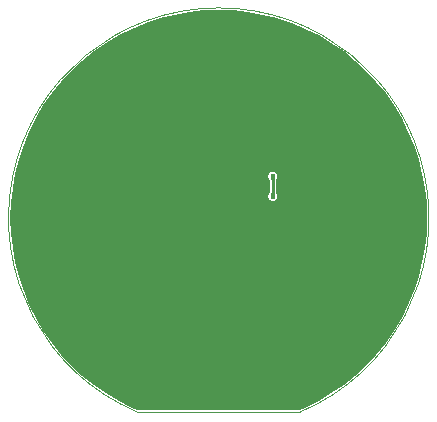
<source format=gtl>
G04*
G04 #@! TF.GenerationSoftware,Altium Limited,Altium Designer,22.0.2 (36)*
G04*
G04 Layer_Physical_Order=1*
G04 Layer_Color=255*
%FSLAX25Y25*%
%MOIN*%
G70*
G04*
G04 #@! TF.SameCoordinates,6020ED95-2C93-4A4D-A151-97898FCA3E42*
G04*
G04*
G04 #@! TF.FilePolarity,Positive*
G04*
G01*
G75*
%ADD10C,0.00050*%
%ADD11C,0.00900*%
%ADD12C,0.01772*%
G36*
X4954Y69271D02*
X9883Y68741D01*
X14762Y67861D01*
X19566Y66635D01*
X24270Y65069D01*
X28850Y63172D01*
X33283Y60953D01*
X37546Y58423D01*
X41619Y55596D01*
X45479Y52485D01*
X49107Y49107D01*
X52485Y45479D01*
X55596Y41619D01*
X58423Y37546D01*
X60953Y33283D01*
X63172Y28850D01*
X65069Y24270D01*
X66635Y19566D01*
X67861Y14762D01*
X68741Y9883D01*
X69271Y4954D01*
X69448Y0D01*
X69271Y-4954D01*
X68741Y-9883D01*
X67861Y-14762D01*
X66635Y-19566D01*
X65069Y-24270D01*
X63172Y-28850D01*
X60953Y-33283D01*
X58423Y-37546D01*
X55596Y-41619D01*
X52485Y-45479D01*
X49107Y-49107D01*
X45479Y-52485D01*
X41619Y-55596D01*
X37546Y-58423D01*
X33283Y-60953D01*
X28850Y-63172D01*
X26992Y-63942D01*
X-26992D01*
X-28850Y-63172D01*
X-33283Y-60953D01*
X-37546Y-58423D01*
X-41619Y-55596D01*
X-45479Y-52485D01*
X-49107Y-49107D01*
X-52485Y-45479D01*
X-55596Y-41619D01*
X-58423Y-37546D01*
X-60953Y-33283D01*
X-63172Y-28850D01*
X-65069Y-24270D01*
X-66635Y-19566D01*
X-67861Y-14762D01*
X-68741Y-9883D01*
X-69271Y-4954D01*
X-69448Y0D01*
X-69271Y4954D01*
X-68741Y9883D01*
X-67861Y14762D01*
X-66635Y19566D01*
X-65069Y24270D01*
X-63172Y28850D01*
X-60953Y33283D01*
X-58423Y37546D01*
X-55596Y41619D01*
X-52485Y45479D01*
X-49107Y49107D01*
X-45479Y52485D01*
X-41619Y55596D01*
X-37546Y58423D01*
X-33283Y60953D01*
X-28850Y63172D01*
X-24270Y65069D01*
X-19566Y66635D01*
X-14762Y67861D01*
X-9883Y68741D01*
X-4954Y69271D01*
X0Y69448D01*
X4954Y69271D01*
D02*
G37*
%LPC*%
G36*
X18296Y15486D02*
X17704D01*
X17158Y15260D01*
X16740Y14842D01*
X16514Y14296D01*
Y13704D01*
X16740Y13158D01*
X16858Y13041D01*
X16859Y13036D01*
X16860Y13033D01*
X16862Y13004D01*
X16862Y13001D01*
X16863Y12999D01*
X16863Y12991D01*
X16871Y12976D01*
X16872Y12970D01*
X16876Y12965D01*
X16878Y12956D01*
X16884Y12929D01*
X16889Y12897D01*
X16899Y12770D01*
X16901Y12694D01*
X16929Y12628D01*
Y8580D01*
X16901Y8518D01*
X16895Y8355D01*
X16890Y8310D01*
X16884Y8271D01*
X16878Y8244D01*
X16876Y8235D01*
X16872Y8230D01*
X16871Y8224D01*
X16863Y8209D01*
X16863Y8201D01*
X16862Y8199D01*
X16862Y8196D01*
X16860Y8167D01*
X16859Y8164D01*
X16858Y8159D01*
X16740Y8042D01*
X16514Y7496D01*
Y6904D01*
X16740Y6358D01*
X17158Y5940D01*
X17704Y5714D01*
X18296D01*
X18842Y5940D01*
X19260Y6358D01*
X19486Y6904D01*
Y7496D01*
X19260Y8042D01*
X19142Y8159D01*
X19141Y8164D01*
X19140Y8167D01*
X19138Y8196D01*
X19138Y8199D01*
X19137Y8201D01*
X19137Y8209D01*
X19129Y8224D01*
X19128Y8230D01*
X19124Y8235D01*
X19122Y8244D01*
X19116Y8271D01*
X19111Y8303D01*
X19101Y8430D01*
X19099Y8506D01*
X19071Y8572D01*
Y12619D01*
X19099Y12682D01*
X19105Y12845D01*
X19110Y12889D01*
X19116Y12929D01*
X19122Y12956D01*
X19124Y12965D01*
X19128Y12970D01*
X19129Y12976D01*
X19137Y12991D01*
X19137Y12999D01*
X19138Y13001D01*
X19138Y13004D01*
X19140Y13033D01*
X19141Y13036D01*
X19142Y13041D01*
X19260Y13158D01*
X19486Y13704D01*
Y14296D01*
X19260Y14842D01*
X18842Y15260D01*
X18296Y15486D01*
D02*
G37*
%LPD*%
G36*
X18588Y13331D02*
X18559Y13288D01*
X18533Y13238D01*
X18511Y13182D01*
X18493Y13119D01*
X18477Y13049D01*
X18465Y12973D01*
X18457Y12890D01*
X18450Y12706D01*
X17550D01*
X17548Y12801D01*
X17535Y12973D01*
X17523Y13049D01*
X17507Y13119D01*
X17489Y13182D01*
X17467Y13238D01*
X17441Y13288D01*
X17412Y13331D01*
X17380Y13367D01*
X18620D01*
X18588Y13331D01*
D02*
G37*
G36*
X18452Y8399D02*
X18465Y8227D01*
X18477Y8151D01*
X18493Y8081D01*
X18511Y8019D01*
X18533Y7962D01*
X18559Y7912D01*
X18588Y7869D01*
X18620Y7833D01*
X17380D01*
X17412Y7869D01*
X17441Y7912D01*
X17467Y7962D01*
X17489Y8019D01*
X17507Y8081D01*
X17523Y8151D01*
X17535Y8227D01*
X17543Y8310D01*
X17550Y8495D01*
X18450D01*
X18452Y8399D01*
D02*
G37*
D10*
X27213Y-64579D02*
G03*
X-27214Y-64579I-27213J64579D01*
G01*
X-27214D02*
X0D01*
X27213D01*
D11*
X18000Y7200D02*
Y14000D01*
D12*
X5000Y5000D02*
D03*
Y-5000D02*
D03*
Y-15000D02*
D03*
Y-25000D02*
D03*
X-5000D02*
D03*
Y5000D02*
D03*
Y-5000D02*
D03*
Y-15000D02*
D03*
X0Y-25000D02*
D03*
Y-15000D02*
D03*
Y-5000D02*
D03*
Y5000D02*
D03*
X45000Y-40000D02*
D03*
Y-30000D02*
D03*
Y40000D02*
D03*
Y30000D02*
D03*
Y20000D02*
D03*
Y10000D02*
D03*
Y0D02*
D03*
Y-10000D02*
D03*
Y-20000D02*
D03*
X55000Y-30000D02*
D03*
Y-20000D02*
D03*
Y30000D02*
D03*
Y20000D02*
D03*
Y10000D02*
D03*
Y0D02*
D03*
Y-10000D02*
D03*
X65000D02*
D03*
Y0D02*
D03*
Y10000D02*
D03*
X-35000Y-50000D02*
D03*
Y-40000D02*
D03*
Y-30000D02*
D03*
Y-20000D02*
D03*
Y-10000D02*
D03*
Y0D02*
D03*
Y10000D02*
D03*
Y20000D02*
D03*
Y30000D02*
D03*
Y40000D02*
D03*
Y50000D02*
D03*
X-45000Y-40000D02*
D03*
Y40000D02*
D03*
Y30000D02*
D03*
Y20000D02*
D03*
Y10000D02*
D03*
Y0D02*
D03*
Y-10000D02*
D03*
Y-20000D02*
D03*
Y-30000D02*
D03*
X-55000D02*
D03*
Y-20000D02*
D03*
Y30000D02*
D03*
Y20000D02*
D03*
Y10000D02*
D03*
Y0D02*
D03*
Y-10000D02*
D03*
X-65000D02*
D03*
Y0D02*
D03*
Y10000D02*
D03*
X21600Y19500D02*
D03*
Y14500D02*
D03*
Y17100D02*
D03*
X8800Y40400D02*
D03*
Y37900D02*
D03*
Y35500D02*
D03*
X18000Y14000D02*
D03*
Y7200D02*
D03*
M02*

</source>
